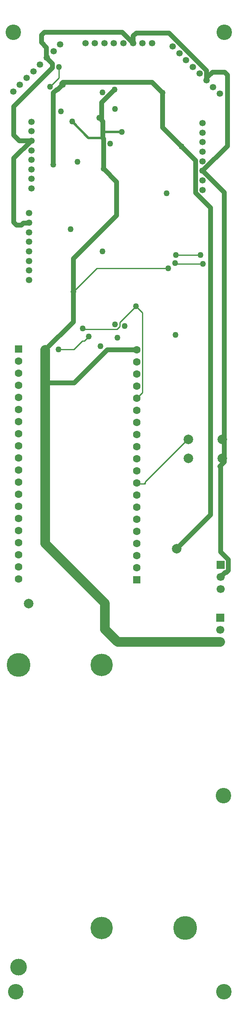
<source format=gbr>
G04*
G04 #@! TF.GenerationSoftware,Altium Limited,Altium Designer,22.11.1 (43)*
G04*
G04 Layer_Physical_Order=2*
G04 Layer_Color=36540*
%FSLAX44Y44*%
%MOMM*%
G71*
G04*
G04 #@! TF.SameCoordinates,B6AE56F5-1224-44F4-9462-935C271CF011*
G04*
G04*
G04 #@! TF.FilePolarity,Positive*
G04*
G01*
G75*
%ADD10C,0.5000*%
%ADD13C,0.2540*%
%ADD40C,1.0000*%
%ADD42C,2.0000*%
%ADD45C,1.3500*%
%ADD47C,1.6000*%
%ADD48R,1.6000X1.6000*%
%ADD49C,1.7000*%
%ADD50R,1.7000X1.7000*%
%ADD54C,5.0000*%
%ADD55C,3.5000*%
%ADD56C,4.7000*%
%ADD57C,1.2700*%
%ADD58C,2.0000*%
%ADD59C,3.2500*%
D10*
X460513Y2077509D02*
X500679D01*
X396270Y2099213D02*
X430483Y2065000D01*
X460513D01*
D13*
X350000Y2172000D02*
X368890Y2190890D01*
Y2214000D01*
X614160Y1819216D02*
X666001D01*
X531963Y1339897D02*
X547063Y1339102D01*
X531963Y1339897D02*
X531963D01*
X530000Y1340000D02*
X531963Y1339897D01*
X547063Y1339102D02*
X550000Y1341745D01*
X549000Y1339000D02*
X550000Y1340000D01*
Y1343490D01*
X643880Y1437370D01*
X530000Y1712000D02*
X543810Y1698190D01*
Y1530210D02*
Y1698190D01*
X532000Y1518400D02*
X543810Y1530210D01*
X418000Y1665000D02*
X419413Y1663587D01*
X490208D01*
X496160Y1669538D01*
Y1678160D01*
X530000Y1712000D01*
X367552Y1621448D02*
X399898D01*
X417519Y1639069D01*
X422053D01*
X431517Y1648532D01*
X399000Y1742000D02*
X448000Y1791000D01*
X614612Y1800331D02*
X671081D01*
X452816Y2107184D02*
X458000Y2102000D01*
X460513Y2099487D01*
X612514Y1802429D02*
X614612Y1800331D01*
X706500Y1375782D02*
X708000Y1374282D01*
X448000Y1791000D02*
X598000D01*
D40*
X363890Y2166247D02*
Y2166546D01*
X357000Y2009000D02*
Y2159357D01*
X363890Y2166247D01*
Y2166546D02*
X364071Y2166727D01*
X366076D02*
X376269Y2176920D01*
X377000D01*
X364071Y2166727D02*
X366076D01*
X377000Y2182000D02*
X564000D01*
X461301Y1999323D02*
X462877D01*
X458000Y2107184D02*
Y2139081D01*
Y2102000D02*
Y2107184D01*
X374460Y2179460D02*
X377000Y2182000D01*
X722000Y2047791D02*
Y2197142D01*
X691000Y2203000D02*
X716142D01*
X722000Y2197142D01*
X670209Y1996000D02*
X722000Y2047791D01*
X400688Y1551000D02*
X469688Y1620000D01*
X532000D01*
X340000Y1551000D02*
X400688D01*
X340000Y1620000D02*
X399000Y1679000D01*
X462877Y1999323D02*
X489623Y1972576D01*
X399000Y1679000D02*
Y1742000D01*
Y1811812D01*
X452816Y2107184D02*
X458000D01*
X564000Y2182000D02*
X586000Y2160000D01*
X489623Y1902435D02*
Y1972576D01*
X460513Y2077509D02*
Y2099487D01*
X458000Y2139081D02*
X485560Y2166641D01*
X462089Y2000110D02*
Y2063424D01*
X399000Y1811812D02*
X489623Y1902435D01*
X655710Y1950081D02*
X687000Y1918791D01*
X616000Y1203000D02*
X687000Y1274000D01*
Y1918791D01*
X586000Y2087000D02*
X626000Y2047000D01*
X586000Y2087000D02*
Y2160000D01*
X626000Y2047000D02*
X655710Y2017290D01*
X655710Y1950081D02*
Y2001919D01*
X655710Y2001919D02*
Y2017290D01*
X655710Y2001919D02*
X655710Y2001919D01*
X670000Y1996000D02*
X670209D01*
X716000Y1950209D01*
Y1385282D02*
Y1950209D01*
X706500Y1375782D02*
X716000Y1385282D01*
X682000Y2194000D02*
X691000Y2203000D01*
X708000Y1196463D02*
Y1374282D01*
X678148Y2186148D02*
Y2206061D01*
X708000Y1196463D02*
X724040Y1180423D01*
X599209Y2285000D02*
X678148Y2206061D01*
X724040Y1157177D02*
Y1180423D01*
X530858Y2285000D02*
X599209D01*
X719623Y1152760D02*
X724040Y1157177D01*
X708000Y1143402D02*
X717358Y1152760D01*
X719623D01*
X524670Y2278812D02*
X530858Y2285000D01*
X524670Y2264670D02*
Y2278812D01*
X708000Y1143400D02*
Y1143402D01*
X524000Y2264000D02*
X524670Y2264670D01*
X501209Y2287000D02*
X524000Y2264209D01*
X337858Y2287000D02*
X501209D01*
X332000Y2265231D02*
Y2281142D01*
X337858Y2287000D01*
X332000Y2265231D02*
X342472Y2254759D01*
Y2233812D02*
Y2254759D01*
Y2233812D02*
X343142Y2233142D01*
Y2232195D02*
Y2233142D01*
Y2232195D02*
X355000Y2220337D01*
Y2212000D02*
Y2220337D01*
X274000Y2131000D02*
X355000Y2212000D01*
X274000Y2070858D02*
Y2131000D01*
Y2070858D02*
X285858Y2059000D01*
X310791D01*
X274000Y2022209D02*
X310791Y2059000D01*
X311000D01*
X274000Y1887858D02*
Y2022209D01*
Y1887858D02*
X279858Y1882000D01*
X289858D01*
X294188Y1886330D01*
X305330D01*
X306000Y1887000D01*
X460513Y2065000D02*
X462089Y2063424D01*
X460513Y2065000D02*
Y2077509D01*
D42*
X340000Y1551000D02*
Y1620000D01*
Y1213600D02*
Y1551000D01*
Y1213600D02*
X465228Y1088372D01*
Y1033772D02*
Y1088372D01*
Y1033772D02*
X491800Y1007200D01*
X707000D01*
D45*
X670000Y2076000D02*
D03*
Y2036000D02*
D03*
Y2016000D02*
D03*
Y1976000D02*
D03*
Y1956000D02*
D03*
Y2096000D02*
D03*
Y1996000D02*
D03*
Y2056000D02*
D03*
X635574Y2228426D02*
D03*
X678000Y2186000D02*
D03*
X464000Y2264000D02*
D03*
X524000D02*
D03*
X300716Y2190716D02*
D03*
X343142Y2233142D02*
D03*
X311000Y1999000D02*
D03*
Y2059000D02*
D03*
X306000Y1767000D02*
D03*
Y1887000D02*
D03*
Y1787000D02*
D03*
Y1807000D02*
D03*
Y1827000D02*
D03*
Y1847000D02*
D03*
Y1867000D02*
D03*
X311000Y1959000D02*
D03*
X272432Y2162431D02*
D03*
X424000Y2264000D02*
D03*
X607289Y2256711D02*
D03*
X706284Y2157716D02*
D03*
X692142Y2171858D02*
D03*
X663858Y2200142D02*
D03*
X649716Y2214284D02*
D03*
X621431Y2242569D02*
D03*
X564000Y2264000D02*
D03*
X544000D02*
D03*
X504000D02*
D03*
X484000D02*
D03*
X444000D02*
D03*
X371426Y2261426D02*
D03*
X357284Y2247284D02*
D03*
X329000Y2219000D02*
D03*
X314858Y2204858D02*
D03*
X286574Y2176574D02*
D03*
X311000Y2099000D02*
D03*
Y2079000D02*
D03*
Y2039000D02*
D03*
Y2019000D02*
D03*
Y1979000D02*
D03*
X306000Y1907000D02*
D03*
D47*
X284000Y1266200D02*
D03*
Y1342400D02*
D03*
Y1367800D02*
D03*
Y1393200D02*
D03*
Y1444000D02*
D03*
Y1469400D02*
D03*
Y1520200D02*
D03*
Y1571000D02*
D03*
Y1596400D02*
D03*
Y1545600D02*
D03*
Y1494800D02*
D03*
Y1418600D02*
D03*
Y1317000D02*
D03*
Y1291600D02*
D03*
Y1240800D02*
D03*
Y1215400D02*
D03*
Y1190000D02*
D03*
Y1164600D02*
D03*
Y1139200D02*
D03*
X532000Y1493000D02*
D03*
Y1416800D02*
D03*
Y1391400D02*
D03*
Y1366000D02*
D03*
Y1315200D02*
D03*
Y1289800D02*
D03*
Y1239000D02*
D03*
Y1188200D02*
D03*
Y1162800D02*
D03*
Y1213600D02*
D03*
Y1264400D02*
D03*
Y1340600D02*
D03*
Y1442200D02*
D03*
Y1467600D02*
D03*
Y1518400D02*
D03*
Y1543800D02*
D03*
Y1569200D02*
D03*
Y1594600D02*
D03*
Y1620000D02*
D03*
D48*
X284000Y1621800D02*
D03*
X532000Y1137400D02*
D03*
D49*
X707000Y1032600D02*
D03*
Y1007200D02*
D03*
X708000Y1143400D02*
D03*
Y1118000D02*
D03*
D50*
Y1168800D02*
D03*
X707000Y1058000D02*
D03*
D54*
X633520Y406850D02*
D03*
X283420Y958850D02*
D03*
D55*
Y324650D02*
D03*
D56*
X458470Y406850D02*
D03*
Y958850D02*
D03*
D57*
X350000Y2172000D02*
D03*
X368890Y2214000D02*
D03*
X377000Y2176920D02*
D03*
X613147Y1652016D02*
D03*
X666001Y1819216D02*
D03*
X418000Y1665000D02*
D03*
X367552Y1621448D02*
D03*
X431517Y1648532D02*
D03*
X491000Y1646000D02*
D03*
X456000Y1628000D02*
D03*
X506320Y1670320D02*
D03*
X486000Y1673747D02*
D03*
X459760Y1826913D02*
D03*
X399000Y1742000D02*
D03*
X671081Y1800331D02*
D03*
X459966Y2160689D02*
D03*
X500679Y2077509D02*
D03*
X396270Y2099213D02*
D03*
X452816Y2107184D02*
D03*
X475979Y2053000D02*
D03*
X393035Y1873621D02*
D03*
X486000Y2126000D02*
D03*
X586000Y2160000D02*
D03*
X485560Y2166641D02*
D03*
X462089Y2000110D02*
D03*
X626000Y2047000D02*
D03*
X614160Y1819216D02*
D03*
X612514Y1802429D02*
D03*
X594327Y1948953D02*
D03*
X530000Y1712000D02*
D03*
X373095Y2120845D02*
D03*
X407627Y2014991D02*
D03*
X357000Y2009000D02*
D03*
X598000Y1791000D02*
D03*
D58*
X711000Y1393000D02*
D03*
Y1432370D02*
D03*
X639880D02*
D03*
Y1393000D02*
D03*
X616000Y1203000D02*
D03*
X305000Y1088000D02*
D03*
D59*
X714000Y685000D02*
D03*
X715000Y273000D02*
D03*
X278000D02*
D03*
X273000Y2287000D02*
D03*
X716000D02*
D03*
M02*

</source>
